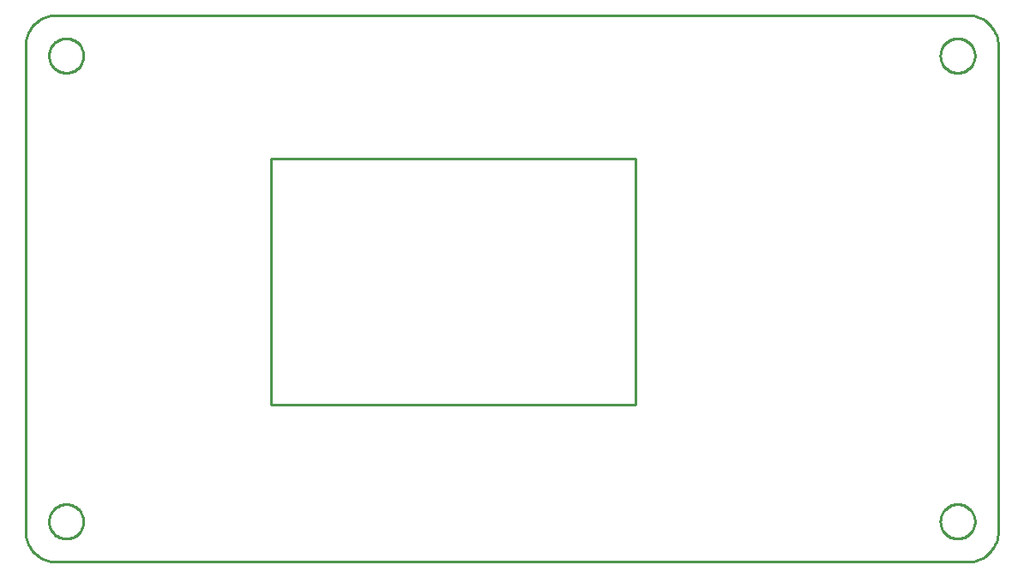
<source format=gbr>
G04 EAGLE Gerber RS-274X export*
G75*
%MOMM*%
%FSLAX34Y34*%
%LPD*%
%IN*%
%IPPOS*%
%AMOC8*
5,1,8,0,0,1.08239X$1,22.5*%
G01*
%ADD10C,0.254000*%


D10*
X96580Y102900D02*
X96694Y100285D01*
X97036Y97691D01*
X97602Y95135D01*
X98389Y92639D01*
X99391Y90221D01*
X100599Y87900D01*
X102005Y85693D01*
X103599Y83616D01*
X105367Y81687D01*
X107296Y79919D01*
X109373Y78325D01*
X111580Y76919D01*
X113901Y75711D01*
X116319Y74709D01*
X118815Y73922D01*
X121371Y73356D01*
X123965Y73014D01*
X126580Y72900D01*
X1026580Y72900D01*
X1029195Y73014D01*
X1031789Y73356D01*
X1034345Y73922D01*
X1036841Y74709D01*
X1039259Y75711D01*
X1041580Y76919D01*
X1043787Y78325D01*
X1045864Y79919D01*
X1047793Y81687D01*
X1049561Y83616D01*
X1051155Y85693D01*
X1052561Y87900D01*
X1053769Y90221D01*
X1054771Y92639D01*
X1055558Y95135D01*
X1056124Y97691D01*
X1056466Y100285D01*
X1056580Y102900D01*
X1056580Y582900D01*
X1056466Y585515D01*
X1056124Y588109D01*
X1055558Y590665D01*
X1054771Y593161D01*
X1053769Y595579D01*
X1052561Y597900D01*
X1051155Y600107D01*
X1049561Y602184D01*
X1047793Y604113D01*
X1045864Y605881D01*
X1043787Y607475D01*
X1041580Y608881D01*
X1039259Y610089D01*
X1036841Y611091D01*
X1034345Y611878D01*
X1031789Y612444D01*
X1029195Y612786D01*
X1026580Y612900D01*
X126580Y612900D01*
X123965Y612786D01*
X121371Y612444D01*
X118815Y611878D01*
X116319Y611091D01*
X113901Y610089D01*
X111580Y608881D01*
X109373Y607475D01*
X107296Y605881D01*
X105367Y604113D01*
X103599Y602184D01*
X102005Y600107D01*
X100599Y597900D01*
X99391Y595579D01*
X98389Y593161D01*
X97602Y590665D01*
X97036Y588109D01*
X96694Y585515D01*
X96580Y582900D01*
X96580Y102900D01*
X338900Y228600D02*
X698900Y228600D01*
X698900Y471600D01*
X338900Y471600D01*
X338900Y228600D01*
X1033580Y572343D02*
X1033580Y573457D01*
X1033507Y574567D01*
X1033362Y575671D01*
X1033145Y576762D01*
X1032857Y577837D01*
X1032499Y578891D01*
X1032073Y579920D01*
X1031581Y580918D01*
X1031024Y581882D01*
X1030406Y582807D01*
X1029728Y583690D01*
X1028994Y584527D01*
X1028207Y585314D01*
X1027370Y586048D01*
X1026487Y586726D01*
X1025562Y587344D01*
X1024598Y587901D01*
X1023600Y588393D01*
X1022571Y588819D01*
X1021517Y589177D01*
X1020442Y589465D01*
X1019351Y589682D01*
X1018247Y589827D01*
X1017137Y589900D01*
X1016023Y589900D01*
X1014913Y589827D01*
X1013809Y589682D01*
X1012718Y589465D01*
X1011643Y589177D01*
X1010589Y588819D01*
X1009560Y588393D01*
X1008562Y587901D01*
X1007598Y587344D01*
X1006673Y586726D01*
X1005790Y586048D01*
X1004953Y585314D01*
X1004166Y584527D01*
X1003432Y583690D01*
X1002754Y582807D01*
X1002136Y581882D01*
X1001579Y580918D01*
X1001087Y579920D01*
X1000661Y578891D01*
X1000303Y577837D01*
X1000015Y576762D01*
X999798Y575671D01*
X999653Y574567D01*
X999580Y573457D01*
X999580Y572343D01*
X999653Y571233D01*
X999798Y570129D01*
X1000015Y569038D01*
X1000303Y567963D01*
X1000661Y566909D01*
X1001087Y565880D01*
X1001579Y564882D01*
X1002136Y563918D01*
X1002754Y562993D01*
X1003432Y562110D01*
X1004166Y561273D01*
X1004953Y560486D01*
X1005790Y559752D01*
X1006673Y559074D01*
X1007598Y558456D01*
X1008562Y557899D01*
X1009560Y557407D01*
X1010589Y556981D01*
X1011643Y556623D01*
X1012718Y556335D01*
X1013809Y556118D01*
X1014913Y555973D01*
X1016023Y555900D01*
X1017137Y555900D01*
X1018247Y555973D01*
X1019351Y556118D01*
X1020442Y556335D01*
X1021517Y556623D01*
X1022571Y556981D01*
X1023600Y557407D01*
X1024598Y557899D01*
X1025562Y558456D01*
X1026487Y559074D01*
X1027370Y559752D01*
X1028207Y560486D01*
X1028994Y561273D01*
X1029728Y562110D01*
X1030406Y562993D01*
X1031024Y563918D01*
X1031581Y564882D01*
X1032073Y565880D01*
X1032499Y566909D01*
X1032857Y567963D01*
X1033145Y569038D01*
X1033362Y570129D01*
X1033507Y571233D01*
X1033580Y572343D01*
X153580Y112343D02*
X153580Y113457D01*
X153507Y114567D01*
X153362Y115671D01*
X153145Y116762D01*
X152857Y117837D01*
X152499Y118891D01*
X152073Y119920D01*
X151581Y120918D01*
X151024Y121882D01*
X150406Y122807D01*
X149728Y123690D01*
X148994Y124527D01*
X148207Y125314D01*
X147370Y126048D01*
X146487Y126726D01*
X145562Y127344D01*
X144598Y127901D01*
X143600Y128393D01*
X142571Y128819D01*
X141517Y129177D01*
X140442Y129465D01*
X139351Y129682D01*
X138247Y129827D01*
X137137Y129900D01*
X136023Y129900D01*
X134913Y129827D01*
X133809Y129682D01*
X132718Y129465D01*
X131643Y129177D01*
X130589Y128819D01*
X129560Y128393D01*
X128562Y127901D01*
X127598Y127344D01*
X126673Y126726D01*
X125790Y126048D01*
X124953Y125314D01*
X124166Y124527D01*
X123432Y123690D01*
X122754Y122807D01*
X122136Y121882D01*
X121579Y120918D01*
X121087Y119920D01*
X120661Y118891D01*
X120303Y117837D01*
X120015Y116762D01*
X119798Y115671D01*
X119653Y114567D01*
X119580Y113457D01*
X119580Y112343D01*
X119653Y111233D01*
X119798Y110129D01*
X120015Y109038D01*
X120303Y107963D01*
X120661Y106909D01*
X121087Y105880D01*
X121579Y104882D01*
X122136Y103918D01*
X122754Y102993D01*
X123432Y102110D01*
X124166Y101273D01*
X124953Y100486D01*
X125790Y99752D01*
X126673Y99074D01*
X127598Y98456D01*
X128562Y97899D01*
X129560Y97407D01*
X130589Y96981D01*
X131643Y96623D01*
X132718Y96335D01*
X133809Y96118D01*
X134913Y95973D01*
X136023Y95900D01*
X137137Y95900D01*
X138247Y95973D01*
X139351Y96118D01*
X140442Y96335D01*
X141517Y96623D01*
X142571Y96981D01*
X143600Y97407D01*
X144598Y97899D01*
X145562Y98456D01*
X146487Y99074D01*
X147370Y99752D01*
X148207Y100486D01*
X148994Y101273D01*
X149728Y102110D01*
X150406Y102993D01*
X151024Y103918D01*
X151581Y104882D01*
X152073Y105880D01*
X152499Y106909D01*
X152857Y107963D01*
X153145Y109038D01*
X153362Y110129D01*
X153507Y111233D01*
X153580Y112343D01*
X153580Y572343D02*
X153580Y573457D01*
X153507Y574567D01*
X153362Y575671D01*
X153145Y576762D01*
X152857Y577837D01*
X152499Y578891D01*
X152073Y579920D01*
X151581Y580918D01*
X151024Y581882D01*
X150406Y582807D01*
X149728Y583690D01*
X148994Y584527D01*
X148207Y585314D01*
X147370Y586048D01*
X146487Y586726D01*
X145562Y587344D01*
X144598Y587901D01*
X143600Y588393D01*
X142571Y588819D01*
X141517Y589177D01*
X140442Y589465D01*
X139351Y589682D01*
X138247Y589827D01*
X137137Y589900D01*
X136023Y589900D01*
X134913Y589827D01*
X133809Y589682D01*
X132718Y589465D01*
X131643Y589177D01*
X130589Y588819D01*
X129560Y588393D01*
X128562Y587901D01*
X127598Y587344D01*
X126673Y586726D01*
X125790Y586048D01*
X124953Y585314D01*
X124166Y584527D01*
X123432Y583690D01*
X122754Y582807D01*
X122136Y581882D01*
X121579Y580918D01*
X121087Y579920D01*
X120661Y578891D01*
X120303Y577837D01*
X120015Y576762D01*
X119798Y575671D01*
X119653Y574567D01*
X119580Y573457D01*
X119580Y572343D01*
X119653Y571233D01*
X119798Y570129D01*
X120015Y569038D01*
X120303Y567963D01*
X120661Y566909D01*
X121087Y565880D01*
X121579Y564882D01*
X122136Y563918D01*
X122754Y562993D01*
X123432Y562110D01*
X124166Y561273D01*
X124953Y560486D01*
X125790Y559752D01*
X126673Y559074D01*
X127598Y558456D01*
X128562Y557899D01*
X129560Y557407D01*
X130589Y556981D01*
X131643Y556623D01*
X132718Y556335D01*
X133809Y556118D01*
X134913Y555973D01*
X136023Y555900D01*
X137137Y555900D01*
X138247Y555973D01*
X139351Y556118D01*
X140442Y556335D01*
X141517Y556623D01*
X142571Y556981D01*
X143600Y557407D01*
X144598Y557899D01*
X145562Y558456D01*
X146487Y559074D01*
X147370Y559752D01*
X148207Y560486D01*
X148994Y561273D01*
X149728Y562110D01*
X150406Y562993D01*
X151024Y563918D01*
X151581Y564882D01*
X152073Y565880D01*
X152499Y566909D01*
X152857Y567963D01*
X153145Y569038D01*
X153362Y570129D01*
X153507Y571233D01*
X153580Y572343D01*
X1033580Y112343D02*
X1033580Y113457D01*
X1033507Y114567D01*
X1033362Y115671D01*
X1033145Y116762D01*
X1032857Y117837D01*
X1032499Y118891D01*
X1032073Y119920D01*
X1031581Y120918D01*
X1031024Y121882D01*
X1030406Y122807D01*
X1029728Y123690D01*
X1028994Y124527D01*
X1028207Y125314D01*
X1027370Y126048D01*
X1026487Y126726D01*
X1025562Y127344D01*
X1024598Y127901D01*
X1023600Y128393D01*
X1022571Y128819D01*
X1021517Y129177D01*
X1020442Y129465D01*
X1019351Y129682D01*
X1018247Y129827D01*
X1017137Y129900D01*
X1016023Y129900D01*
X1014913Y129827D01*
X1013809Y129682D01*
X1012718Y129465D01*
X1011643Y129177D01*
X1010589Y128819D01*
X1009560Y128393D01*
X1008562Y127901D01*
X1007598Y127344D01*
X1006673Y126726D01*
X1005790Y126048D01*
X1004953Y125314D01*
X1004166Y124527D01*
X1003432Y123690D01*
X1002754Y122807D01*
X1002136Y121882D01*
X1001579Y120918D01*
X1001087Y119920D01*
X1000661Y118891D01*
X1000303Y117837D01*
X1000015Y116762D01*
X999798Y115671D01*
X999653Y114567D01*
X999580Y113457D01*
X999580Y112343D01*
X999653Y111233D01*
X999798Y110129D01*
X1000015Y109038D01*
X1000303Y107963D01*
X1000661Y106909D01*
X1001087Y105880D01*
X1001579Y104882D01*
X1002136Y103918D01*
X1002754Y102993D01*
X1003432Y102110D01*
X1004166Y101273D01*
X1004953Y100486D01*
X1005790Y99752D01*
X1006673Y99074D01*
X1007598Y98456D01*
X1008562Y97899D01*
X1009560Y97407D01*
X1010589Y96981D01*
X1011643Y96623D01*
X1012718Y96335D01*
X1013809Y96118D01*
X1014913Y95973D01*
X1016023Y95900D01*
X1017137Y95900D01*
X1018247Y95973D01*
X1019351Y96118D01*
X1020442Y96335D01*
X1021517Y96623D01*
X1022571Y96981D01*
X1023600Y97407D01*
X1024598Y97899D01*
X1025562Y98456D01*
X1026487Y99074D01*
X1027370Y99752D01*
X1028207Y100486D01*
X1028994Y101273D01*
X1029728Y102110D01*
X1030406Y102993D01*
X1031024Y103918D01*
X1031581Y104882D01*
X1032073Y105880D01*
X1032499Y106909D01*
X1032857Y107963D01*
X1033145Y109038D01*
X1033362Y110129D01*
X1033507Y111233D01*
X1033580Y112343D01*
M02*

</source>
